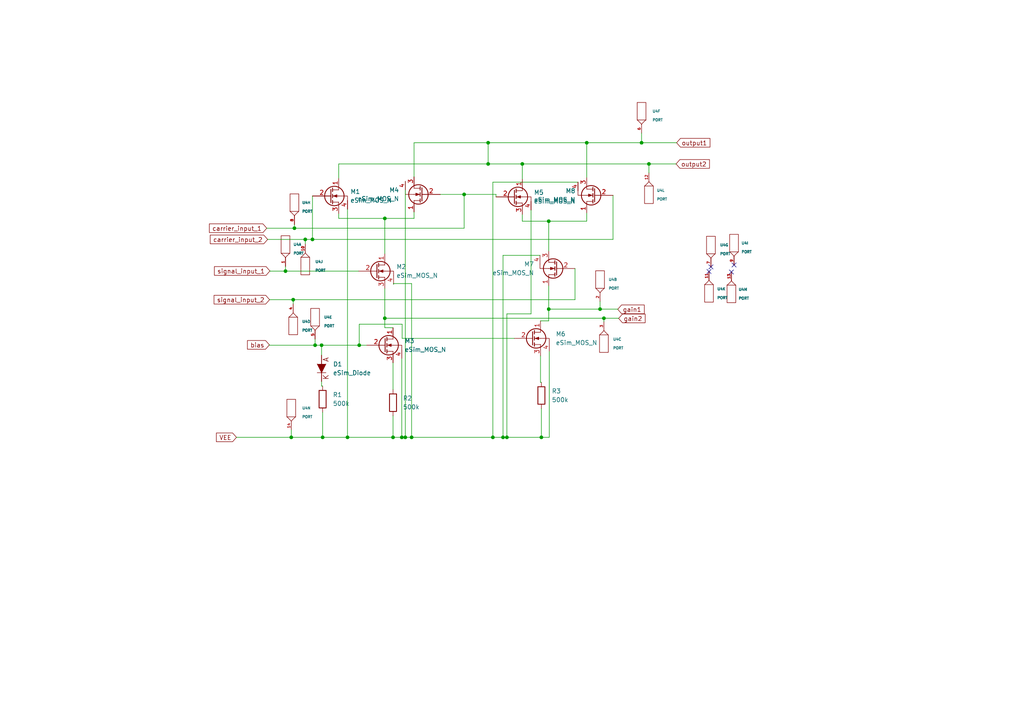
<source format=kicad_sch>
(kicad_sch (version 20211123) (generator eeschema)
  (paper "A4")
  (lib_symbols
    (symbol "eSim_Devices:eSim_Diode" (pin_numbers hide) (pin_names (offset 1.016) hide)
      (property "Reference" "D" (at 0 2.54 0))
      (property "Value" "eSim_Diode" (at 0 -2.54 0))
      (symbol "eSim_Diode_0_0"
        (text "A" (at -2.54 1.27 0) (effects (font (size 1.524 1.524))))
        (text "K" (at 2.54 1.27 0) (effects (font (size 1.524 1.524))))
      )
      (symbol "eSim_Diode_0_1"
        (polyline (pts (xy 1.27 1.27) (xy 1.27 -1.27)) (stroke (width 0.1524)))
        (polyline (pts (xy -1.27 1.27) (xy 1.27 0) (xy -1.27 -1.27)) (fill (type outline)))
      )
      (symbol "eSim_Diode_1_1"
        (pin passive line (at -3.81 0 0) (length 2.54) (name "A") (number "1"))
        (pin passive line (at 3.81 0 180) (length 2.54) (name "K") (number "2"))
      )
    )
    (symbol "eSim_Devices:eSim_MOS_N" (pin_names (offset 0) hide)
      (property "Reference" "M" (at 0 -3.81 0))
      (property "Value" "eSim_MOS_N" (at 2.54 -1.27 0))
      (symbol "eSim_MOS_N_0_1"
        (polyline (pts (xy 3.302 -7.366) (xy 3.302 -6.35)) (stroke (width 0.254)))
        (polyline (pts (xy 3.302 -6.858) (xy 5.08 -6.858)))
        (polyline (pts (xy 3.302 -5.588) (xy 3.302 -4.572)) (stroke (width 0.254)))
        (polyline (pts (xy 3.302 -5.08) (xy 5.08 -5.08)))
        (polyline (pts (xy 3.302 -3.81) (xy 3.302 -2.794)) (stroke (width 0.254)))
        (polyline (pts (xy 3.302 -3.302) (xy 5.08 -3.302)))
        (polyline (pts (xy 5.08 -7.62) (xy 5.08 -6.858)))
        (polyline (pts (xy 5.08 -3.302) (xy 5.08 -2.54)))
        (polyline (pts (xy 2.794 -6.985) (xy 2.794 -3.175) (xy 2.794 -3.175)) (stroke (width 0.254)))
        (polyline (pts (xy 5.08 -5.08) (xy 7.62 -5.08) (xy 7.62 -6.35)))
        (polyline (pts (xy 3.556 -5.08) (xy 4.572 -5.461) (xy 4.572 -4.699) (xy 3.556 -5.08)) (fill (type outline)))
        (circle (center 3.81 -5.08) (radius 2.8194) (stroke (width 0.254)))
      )
      (symbol "eSim_MOS_N_1_1"
        (pin passive line (at 5.08 0 270) (length 2.54) (name "D") (number "1"))
        (pin passive line (at -2.54 -5.08 0) (length 5.334) (name "G") (number "2"))
        (pin passive line (at 5.08 -10.16 90) (length 2.54) (name "S") (number "3"))
        (pin passive line (at 7.62 -8.89 90) (length 2.4892) (name "B") (number "4"))
      )
    )
    (symbol "eSim_Devices:resistor" (pin_numbers hide) (pin_names (offset 0))
      (property "Reference" "R" (at 1.27 3.302 0))
      (property "Value" "resistor" (at 1.27 -1.27 0))
      (symbol "resistor_0_1"
        (rectangle (start 3.81 0.254) (end -1.27 2.286) (stroke (width 0.254)))
      )
      (symbol "resistor_1_1"
        (pin passive line (at -2.54 1.27 0) (length 1.27) (name "~") (number "1"))
        (pin passive line (at 5.08 1.27 180) (length 1.27) (name "~") (number "2"))
      )
    )
    (symbol "eSim_Miscellaneous:PORT" (pin_names (offset 1.016))
      (property "Reference" "U" (at 1.27 2.54 0))
      (property "Value" "PORT" (at 0 0 0))
      (symbol "PORT_0_1"
        (rectangle (start -2.54 1.27) (end 2.54 -1.27))
        (arc (start 2.54 1.27) (mid 3.1355 0.5955) (end 3.81 0))
        (arc (start 3.81 0) (mid 3.1447 -0.6046) (end 2.54 -1.27))
      )
      (symbol "PORT_1_1"
        (pin bidirectional line (at 6.35 0 180) (length 2.54) (name "~") (number "1"))
      )
      (symbol "PORT_2_1"
        (pin bidirectional line (at 6.35 0 180) (length 2.54) (name "~") (number "2"))
      )
      (symbol "PORT_3_1"
        (pin bidirectional line (at 6.35 0 180) (length 2.54) (name "~") (number "3"))
      )
      (symbol "PORT_4_1"
        (pin bidirectional line (at 6.35 0 180) (length 2.54) (name "~") (number "4"))
      )
      (symbol "PORT_5_1"
        (pin bidirectional line (at 6.35 0 180) (length 2.54) (name "~") (number "5"))
      )
      (symbol "PORT_6_1"
        (pin bidirectional line (at 6.35 0 180) (length 2.54) (name "~") (number "6"))
      )
      (symbol "PORT_7_1"
        (pin bidirectional line (at 6.35 0 180) (length 2.54) (name "~") (number "7"))
      )
      (symbol "PORT_8_1"
        (pin bidirectional line (at 6.35 0 180) (length 2.54) (name "~") (number "8"))
      )
      (symbol "PORT_9_1"
        (pin bidirectional line (at 6.35 0 180) (length 2.54) (name "~") (number "9"))
      )
      (symbol "PORT_10_1"
        (pin bidirectional line (at 6.35 0 180) (length 2.54) (name "~") (number "10"))
      )
      (symbol "PORT_11_1"
        (pin bidirectional line (at 6.35 0 180) (length 2.54) (name "~") (number "11"))
      )
      (symbol "PORT_12_1"
        (pin bidirectional line (at 6.35 0 180) (length 2.54) (name "~") (number "12"))
      )
      (symbol "PORT_13_1"
        (pin bidirectional line (at 6.35 0 180) (length 2.54) (name "~") (number "13"))
      )
      (symbol "PORT_14_1"
        (pin bidirectional line (at 6.35 0 180) (length 2.54) (name "~") (number "14"))
      )
      (symbol "PORT_15_1"
        (pin bidirectional line (at 6.35 0 180) (length 2.54) (name "~") (number "15"))
      )
      (symbol "PORT_16_1"
        (pin bidirectional line (at 6.35 0 180) (length 2.54) (name "~") (number "16"))
      )
      (symbol "PORT_17_1"
        (pin bidirectional line (at 6.35 0 180) (length 2.54) (name "~") (number "17"))
      )
      (symbol "PORT_18_1"
        (pin bidirectional line (at 6.35 0 180) (length 2.54) (name "~") (number "18"))
      )
      (symbol "PORT_19_1"
        (pin bidirectional line (at 6.35 0 180) (length 2.54) (name "~") (number "19"))
      )
      (symbol "PORT_20_1"
        (pin bidirectional line (at 6.35 0 180) (length 2.54) (name "~") (number "20"))
      )
      (symbol "PORT_21_1"
        (pin bidirectional line (at 6.35 0 180) (length 2.54) (name "~") (number "21"))
      )
      (symbol "PORT_22_1"
        (pin bidirectional line (at 6.35 0 180) (length 2.54) (name "~") (number "22"))
      )
      (symbol "PORT_23_1"
        (pin bidirectional line (at 6.35 0 180) (length 2.54) (name "~") (number "23"))
      )
      (symbol "PORT_24_1"
        (pin bidirectional line (at 6.35 0 180) (length 2.54) (name "~") (number "24"))
      )
      (symbol "PORT_25_1"
        (pin bidirectional line (at 6.35 0 180) (length 2.54) (name "~") (number "25"))
      )
      (symbol "PORT_26_1"
        (pin bidirectional line (at 6.35 0 180) (length 2.54) (name "~") (number "26"))
      )
    )
  )
  (junction (at 111.6076 63.3476))
  (junction (at 175.1584 92.3036))
  (junction (at 85.0392 86.9188))
  (junction (at 186.0804 41.402))
  (junction (at 93.5736 126.8476))
  (junction (at 119.38 126.8476))
  (junction (at 85.3948 66.1924))
  (junction (at 151.4856 47.5488))
  (junction (at 159.1564 89.662))
  (junction (at 147.0152 126.8476))
  (junction (at 159.1564 64.1604))
  (junction (at 113.9952 126.8476))
  (junction (at 188.214 47.5488))
  (junction (at 174.0408 89.662))
  (junction (at 111.6076 92.3036))
  (junction (at 100.7872 126.8476))
  (junction (at 117.5512 126.8476))
  (junction (at 134.62 56.388))
  (junction (at 116.5352 126.8476))
  (junction (at 82.804 78.6384))
  (junction (at 93.2688 100.1268))
  (junction (at 104.1908 100.1268))
  (junction (at 142.9512 126.8476))
  (junction (at 157.0228 126.8476))
  (junction (at 90.6272 69.4436))
  (junction (at 170.18 41.402))
  (junction (at 141.5796 47.5488))
  (junction (at 88.5444 69.4436))
  (junction (at 141.5796 41.402))
  (junction (at 91.3892 100.1268))
  (junction (at 84.4804 126.8476))
  (junction (at 145.8976 126.8476))
  (no_connect (at 205.6384 78.74))
  (no_connect (at 212.1408 78.8924))
  (no_connect (at 206.1972 77.4192))
  (no_connect (at 212.9028 76.8604))
  (wire (pts (xy 159.1564 82.9564) (xy 159.1564 89.662)))
  (wire (pts (xy 157.0228 118.5164) (xy 157.0228 126.8476)))
  (wire (pts (xy 151.4856 47.5488) (xy 151.4856 52.0192)))
  (wire (pts (xy 116.5352 126.8476) (xy 117.5512 126.8476)))
  (wire (pts (xy 85.0392 86.9188) (xy 85.0392 88.1888)))
  (wire (pts (xy 151.4856 64.1604) (xy 159.1564 64.1604)))
  (wire (pts (xy 111.6076 95.0468) (xy 113.9952 95.0468)))
  (wire (pts (xy 170.18 61.722) (xy 170.18 64.1604)))
  (wire (pts (xy 82.804 78.6384) (xy 103.9876 78.6384)))
  (wire (pts (xy 147.0152 126.8476) (xy 157.0228 126.8476)))
  (wire (pts (xy 77.3684 66.1924) (xy 85.3948 66.1924)))
  (wire (pts (xy 93.2688 100.1268) (xy 93.2688 103.0224)))
  (wire (pts (xy 159.1564 64.1604) (xy 170.18 64.1604)))
  (wire (pts (xy 116.6368 94.0308) (xy 104.1908 94.0308)))
  (wire (pts (xy 90.6272 56.8452) (xy 90.6272 69.4436)))
  (wire (pts (xy 93.5736 126.8476) (xy 84.4804 126.8476)))
  (wire (pts (xy 145.8976 74.0664) (xy 145.8976 126.8476)))
  (wire (pts (xy 113.9952 126.8476) (xy 100.7872 126.8476)))
  (wire (pts (xy 159.1564 93.0656) (xy 156.7688 93.0656)))
  (wire (pts (xy 78.1812 86.9188) (xy 85.0392 86.9188)))
  (wire (pts (xy 141.5796 47.5488) (xy 151.4856 47.5488)))
  (wire (pts (xy 119.38 82.2452) (xy 119.38 126.8476)))
  (wire (pts (xy 78.2828 78.6384) (xy 78.2828 78.5876)))
  (wire (pts (xy 93.2688 100.1268) (xy 91.3892 100.1268)))
  (wire (pts (xy 111.6076 92.3036) (xy 175.1584 92.3036)))
  (wire (pts (xy 175.1584 92.3036) (xy 175.1584 93.3196)))
  (wire (pts (xy 84.4804 124.714) (xy 84.4804 126.8476)))
  (wire (pts (xy 159.1564 89.662) (xy 174.0408 89.662)))
  (wire (pts (xy 68.58 126.8476) (xy 84.4804 126.8476)))
  (wire (pts (xy 91.3892 98.3488) (xy 91.3892 100.1268)))
  (wire (pts (xy 113.9952 120.5992) (xy 113.9952 126.8476)))
  (wire (pts (xy 98.2472 63.3476) (xy 111.6076 63.3476)))
  (wire (pts (xy 104.1908 94.0308) (xy 104.1908 100.1268)))
  (wire (pts (xy 145.8976 126.8476) (xy 147.0152 126.8476)))
  (wire (pts (xy 106.3752 100.1268) (xy 104.1908 100.1268)))
  (wire (pts (xy 114.1476 82.2452) (xy 119.38 82.2452)))
  (wire (pts (xy 114.1476 82.4484) (xy 114.1476 82.2452)))
  (wire (pts (xy 170.18 41.402) (xy 170.18 51.562)))
  (wire (pts (xy 149.1488 98.1456) (xy 116.6368 98.1456)))
  (wire (pts (xy 88.5444 69.4436) (xy 90.6272 69.4436)))
  (wire (pts (xy 100.7872 60.6552) (xy 100.7872 126.8476)))
  (wire (pts (xy 159.1564 89.662) (xy 159.1564 93.0656)))
  (wire (pts (xy 98.2472 51.7652) (xy 98.2472 47.5488)))
  (wire (pts (xy 127.7112 56.388) (xy 134.62 56.388)))
  (wire (pts (xy 104.1908 100.1268) (xy 93.2688 100.1268)))
  (wire (pts (xy 78.2828 78.6384) (xy 82.804 78.6384)))
  (wire (pts (xy 100.7872 126.8476) (xy 93.5736 126.8476)))
  (wire (pts (xy 145.8976 74.0664) (xy 156.6164 74.0664)))
  (wire (pts (xy 174.0408 87.4268) (xy 174.0408 89.662)))
  (wire (pts (xy 134.62 56.388) (xy 143.8656 56.388)))
  (wire (pts (xy 186.0804 41.402) (xy 196.2404 41.402)))
  (wire (pts (xy 120.0912 61.468) (xy 120.0912 63.3476)))
  (wire (pts (xy 156.7688 110.8964) (xy 157.0228 110.8964)))
  (wire (pts (xy 111.6076 63.3476) (xy 111.6076 73.5584)))
  (wire (pts (xy 141.5796 41.402) (xy 141.5796 47.5488)))
  (wire (pts (xy 154.0256 60.9092) (xy 154.0256 91.0336)))
  (wire (pts (xy 82.804 77.2668) (xy 82.804 78.6384)))
  (wire (pts (xy 90.6272 69.4436) (xy 177.8 69.4436)))
  (wire (pts (xy 117.5512 52.578) (xy 117.5512 126.8476)))
  (wire (pts (xy 167.64 52.832) (xy 142.9512 52.832)))
  (wire (pts (xy 188.214 47.5488) (xy 188.214 50.1396)))
  (wire (pts (xy 134.62 56.388) (xy 134.62 66.1924)))
  (wire (pts (xy 134.62 66.1924) (xy 85.3948 66.1924)))
  (wire (pts (xy 166.7764 77.8764) (xy 166.7764 86.9188)))
  (wire (pts (xy 120.0912 41.402) (xy 141.5796 41.402)))
  (wire (pts (xy 142.9512 126.8476) (xy 145.8976 126.8476)))
  (wire (pts (xy 111.6076 83.7184) (xy 111.6076 92.3036)))
  (wire (pts (xy 141.5796 41.402) (xy 170.18 41.402)))
  (wire (pts (xy 88.5444 69.4436) (xy 88.5444 70.8152)))
  (wire (pts (xy 93.2688 110.6424) (xy 93.2688 111.9632)))
  (wire (pts (xy 143.8656 56.388) (xy 143.8656 57.0992)))
  (wire (pts (xy 116.5352 103.9368) (xy 116.5352 126.8476)))
  (wire (pts (xy 119.38 126.8476) (xy 142.9512 126.8476)))
  (wire (pts (xy 111.6076 63.3476) (xy 120.0912 63.3476)))
  (wire (pts (xy 188.214 47.5488) (xy 196.088 47.5488)))
  (wire (pts (xy 85.0392 86.9188) (xy 166.7764 86.9188)))
  (wire (pts (xy 113.9952 126.8476) (xy 116.5352 126.8476)))
  (wire (pts (xy 154.0256 91.0336) (xy 147.0152 91.0336)))
  (wire (pts (xy 179.1716 89.662) (xy 179.1716 89.7128)))
  (wire (pts (xy 156.7688 103.2256) (xy 156.7688 110.8964)))
  (wire (pts (xy 93.2688 111.9632) (xy 93.5736 111.9632)))
  (wire (pts (xy 142.9512 52.832) (xy 142.9512 126.8476)))
  (wire (pts (xy 151.4856 47.5488) (xy 188.214 47.5488)))
  (wire (pts (xy 186.0804 38.608) (xy 186.0804 41.402)))
  (wire (pts (xy 147.0152 91.0336) (xy 147.0152 126.8476)))
  (wire (pts (xy 85.3948 65.1256) (xy 85.3948 66.1924)))
  (wire (pts (xy 179.4256 92.3036) (xy 179.4256 92.3544)))
  (wire (pts (xy 177.8 56.642) (xy 177.8 69.4436)))
  (wire (pts (xy 111.6076 92.3036) (xy 111.6076 95.0468)))
  (wire (pts (xy 151.4856 62.1792) (xy 151.4856 64.1604)))
  (wire (pts (xy 78.1304 100.1268) (xy 91.3892 100.1268)))
  (wire (pts (xy 159.3088 126.8476) (xy 157.0228 126.8476)))
  (wire (pts (xy 98.2472 61.9252) (xy 98.2472 63.3476)))
  (wire (pts (xy 98.2472 47.5488) (xy 141.5796 47.5488)))
  (wire (pts (xy 159.1564 64.1604) (xy 159.1564 72.7964)))
  (wire (pts (xy 170.18 41.402) (xy 186.0804 41.402)))
  (wire (pts (xy 116.6368 98.1456) (xy 116.6368 94.0308)))
  (wire (pts (xy 120.0912 51.308) (xy 120.0912 41.402)))
  (wire (pts (xy 174.0408 89.662) (xy 179.1716 89.662)))
  (wire (pts (xy 175.1584 92.3036) (xy 179.4256 92.3036)))
  (wire (pts (xy 113.9952 105.2068) (xy 113.9952 112.9792)))
  (wire (pts (xy 77.6224 69.4436) (xy 88.5444 69.4436)))
  (wire (pts (xy 78.1304 100.1268) (xy 78.1304 100.0252)))
  (wire (pts (xy 159.3088 101.9556) (xy 159.3088 126.8476)))
  (wire (pts (xy 93.5736 119.5832) (xy 93.5736 126.8476)))
  (wire (pts (xy 117.5512 126.8476) (xy 119.38 126.8476)))
  (global_label "carrier_input_2" (shape input) (at 77.6224 69.4436 180) (property "Intersheet References" "${INTERSHEET_REFS}" (effects hide)))
  (global_label "carrier_input_1" (shape input) (at 77.3684 66.1924 180) (property "Intersheet References" "${INTERSHEET_REFS}" (effects hide)))
  (global_label "signal_input_1" (shape input) (at 78.2828 78.5876 180) (property "Intersheet References" "${INTERSHEET_REFS}" (effects hide)))
  (global_label "output2" (shape input) (at 196.088 47.5488 0) (property "Intersheet References" "${INTERSHEET_REFS}" (effects hide)))
  (global_label "gain1" (shape input) (at 179.1716 89.7128 0) (property "Intersheet References" "${INTERSHEET_REFS}" (effects hide)))
  (global_label "signal_input_2" (shape input) (at 78.1812 86.9188 180) (property "Intersheet References" "${INTERSHEET_REFS}" (effects hide)))
  (global_label "output1" (shape input) (at 196.2404 41.402 0) (property "Intersheet References" "${INTERSHEET_REFS}" (effects hide)))
  (global_label "bias" (shape input) (at 78.1304 100.0252 180) (property "Intersheet References" "${INTERSHEET_REFS}" (effects hide)))
  (global_label "VEE" (shape input) (at 68.58 126.8476 180) (property "Intersheet References" "${INTERSHEET_REFS}" (effects hide)))
  (global_label "gain2" (shape input) (at 179.4256 92.3544 0) (property "Intersheet References" "${INTERSHEET_REFS}" (effects hide)))
  (symbol (lib_id "eSim_Miscellaneous:PORT") (at 88.5444 77.1652 90) (unit 10)
    (property "Reference" "U4" (at 91.44 75.8952 90) (effects (font (size 0.762 0.762)) (justify right)))
    (property "Value" "PORT" (at 91.44 78.4352 90) (effects (font (size 0.762 0.762)) (justify right)))
  )
  (symbol (lib_id "eSim_Devices:eSim_MOS_N") (at 175.26 61.722 180) (unit 1)
    (property "Reference" "M8" (at 166.9288 55.3719 0) (effects (justify left)))
    (property "Value" "eSim_MOS_N" (at 166.9288 57.9119 0) (effects (justify left)))
  )
  (symbol (lib_id "eSim_Devices:eSim_MOS_N") (at 146.4056 52.0192 0) (unit 1)
    (property "Reference" "M5" (at 154.8384 55.8291 0) (effects (justify left)))
    (property "Value" "eSim_MOS_N" (at 154.8384 58.3691 0) (effects (justify left)))
  )
  (symbol (lib_id "eSim_Miscellaneous:PORT") (at 212.1408 85.2424 90) (unit 13)
    (property "Reference" "U4" (at 214.2236 83.9724 90) (effects (font (size 0.762 0.762)) (justify right)))
    (property "Value" "PORT" (at 214.2236 86.5124 90) (effects (font (size 0.762 0.762)) (justify right)))
  )
  (symbol (lib_id "eSim_Devices:eSim_MOS_N") (at 108.9152 95.0468 0) (unit 1)
    (property "Reference" "M3" (at 117.348 98.8567 0) (effects (justify left)))
    (property "Value" "eSim_MOS_N" (at 117.348 101.3967 0) (effects (justify left)))
  )
  (symbol (lib_id "eSim_Devices:eSim_MOS_N") (at 164.2364 82.9564 180) (unit 1)
    (property "Reference" "M7" (at 154.8892 76.6063 0) (effects (justify left)))
    (property "Value" "eSim_MOS_N" (at 154.8892 79.1463 0) (effects (justify left)))
  )
  (symbol (lib_id "eSim_Devices:eSim_MOS_N") (at 151.6888 93.0656 0) (unit 1)
    (property "Reference" "M6" (at 161.1884 96.8755 0) (effects (justify left)))
    (property "Value" "eSim_MOS_N" (at 161.1884 99.4155 0) (effects (justify left)))
  )
  (symbol (lib_id "eSim_Devices:eSim_Diode") (at 93.2688 106.8324 270) (unit 1)
    (property "Reference" "D1" (at 96.5708 105.6167 90) (effects (justify left)))
    (property "Value" "eSim_Diode" (at 96.5708 108.1567 90) (effects (justify left)))
  )
  (symbol (lib_id "eSim_Devices:eSim_MOS_N") (at 125.1712 61.468 180) (unit 1)
    (property "Reference" "M4" (at 115.7732 55.1179 0) (effects (justify left)))
    (property "Value" "eSim_MOS_N" (at 115.7732 57.6579 0) (effects (justify left)))
  )
  (symbol (lib_id "eSim_Miscellaneous:PORT") (at 84.4804 118.364 270) (unit 14)
    (property "Reference" "U4" (at 87.63 118.364 90) (effects (font (size 0.762 0.762)) (justify left)))
    (property "Value" "PORT" (at 87.63 120.904 90) (effects (font (size 0.762 0.762)) (justify left)))
  )
  (symbol (lib_id "eSim_Devices:resistor") (at 115.2652 118.0592 90) (unit 1)
    (property "Reference" "R2" (at 116.84 115.5191 90) (effects (justify right)))
    (property "Value" "500k" (at 116.84 118.0591 90) (effects (justify right)))
  )
  (symbol (lib_id "eSim_Miscellaneous:PORT") (at 175.1584 99.6696 90) (unit 3)
    (property "Reference" "U4" (at 177.8 98.3996 90) (effects (font (size 0.762 0.762)) (justify right)))
    (property "Value" "PORT" (at 177.8 100.9396 90) (effects (font (size 0.762 0.762)) (justify right)))
  )
  (symbol (lib_id "eSim_Devices:eSim_MOS_N") (at 106.5276 73.5584 0) (unit 1)
    (property "Reference" "M2" (at 114.9604 77.3683 0) (effects (justify left)))
    (property "Value" "eSim_MOS_N" (at 114.9604 79.9083 0) (effects (justify left)))
  )
  (symbol (lib_id "eSim_Miscellaneous:PORT") (at 174.0408 81.0768 270) (unit 2)
    (property "Reference" "U4" (at 176.53 81.0768 90) (effects (font (size 0.762 0.762)) (justify left)))
    (property "Value" "PORT" (at 176.53 83.6168 90) (effects (font (size 0.762 0.762)) (justify left)))
  )
  (symbol (lib_id "eSim_Devices:eSim_MOS_N") (at 93.1672 51.7652 0) (unit 1)
    (property "Reference" "M1" (at 101.6 55.5751 0) (effects (justify left)))
    (property "Value" "eSim_MOS_N" (at 101.6 58.1151 0) (effects (justify left)))
  )
  (symbol (lib_id "eSim_Miscellaneous:PORT") (at 82.804 70.9168 270) (unit 1)
    (property "Reference" "U4" (at 85.09 70.9168 90) (effects (font (size 0.762 0.762)) (justify left)))
    (property "Value" "PORT" (at 85.09 73.4568 90) (effects (font (size 0.762 0.762)) (justify left)))
  )
  (symbol (lib_id "eSim_Devices:resistor") (at 158.2928 115.9764 90) (unit 1)
    (property "Reference" "R3" (at 160.02 113.4363 90) (effects (justify right)))
    (property "Value" "500k" (at 160.02 115.9763 90) (effects (justify right)))
  )
  (symbol (lib_id "eSim_Miscellaneous:PORT") (at 85.0392 94.5388 90) (unit 4)
    (property "Reference" "U4" (at 87.63 93.2688 90) (effects (font (size 0.762 0.762)) (justify right)))
    (property "Value" "PORT" (at 87.63 95.8088 90) (effects (font (size 0.762 0.762)) (justify right)))
  )
  (symbol (lib_id "eSim_Miscellaneous:PORT") (at 85.3948 58.7756 270) (unit 8)
    (property "Reference" "U4" (at 87.63 58.7756 90) (effects (font (size 0.762 0.762)) (justify left)))
    (property "Value" "PORT" (at 87.63 61.3156 90) (effects (font (size 0.762 0.762)) (justify left)))
  )
  (symbol (lib_id "eSim_Miscellaneous:PORT") (at 206.1972 71.0692 270) (unit 7)
    (property "Reference" "U4" (at 208.8388 71.0692 90) (effects (font (size 0.762 0.762)) (justify left)))
    (property "Value" "PORT" (at 208.8388 73.6092 90) (effects (font (size 0.762 0.762)) (justify left)))
  )
  (symbol (lib_id "eSim_Miscellaneous:PORT") (at 91.3892 91.9988 270) (unit 5)
    (property "Reference" "U4" (at 93.98 91.9988 90) (effects (font (size 0.762 0.762)) (justify left)))
    (property "Value" "PORT" (at 93.98 94.5388 90) (effects (font (size 0.762 0.762)) (justify left)))
  )
  (symbol (lib_id "eSim_Miscellaneous:PORT") (at 186.0804 32.258 270) (unit 6)
    (property "Reference" "U4" (at 189.23 32.258 90) (effects (font (size 0.762 0.762)) (justify left)))
    (property "Value" "PORT" (at 189.23 34.798 90) (effects (font (size 0.762 0.762)) (justify left)))
  )
  (symbol (lib_id "eSim_Miscellaneous:PORT") (at 212.9028 70.5104 270) (unit 9)
    (property "Reference" "U4" (at 215.0364 70.5104 90) (effects (font (size 0.762 0.762)) (justify left)))
    (property "Value" "PORT" (at 215.0364 73.0504 90) (effects (font (size 0.762 0.762)) (justify left)))
  )
  (symbol (lib_id "eSim_Miscellaneous:PORT") (at 188.214 56.4896 90) (unit 12)
    (property "Reference" "U4" (at 190.5 55.2196 90) (effects (font (size 0.762 0.762)) (justify right)))
    (property "Value" "PORT" (at 190.5 57.7596 90) (effects (font (size 0.762 0.762)) (justify right)))
  )
  (symbol (lib_id "eSim_Devices:resistor") (at 94.8436 117.0432 90) (unit 1)
    (property "Reference" "R1" (at 96.52 114.5031 90) (effects (justify right)))
    (property "Value" "500k" (at 96.52 117.0431 90) (effects (justify right)))
  )
  (symbol (lib_id "eSim_Miscellaneous:PORT") (at 205.6384 85.09 90) (unit 11)
    (property "Reference" "U4" (at 208.026 83.82 90) (effects (font (size 0.762 0.762)) (justify right)))
    (property "Value" "PORT" (at 208.026 86.36 90) (effects (font (size 0.762 0.762)) (justify right)))
  )
)
</source>
